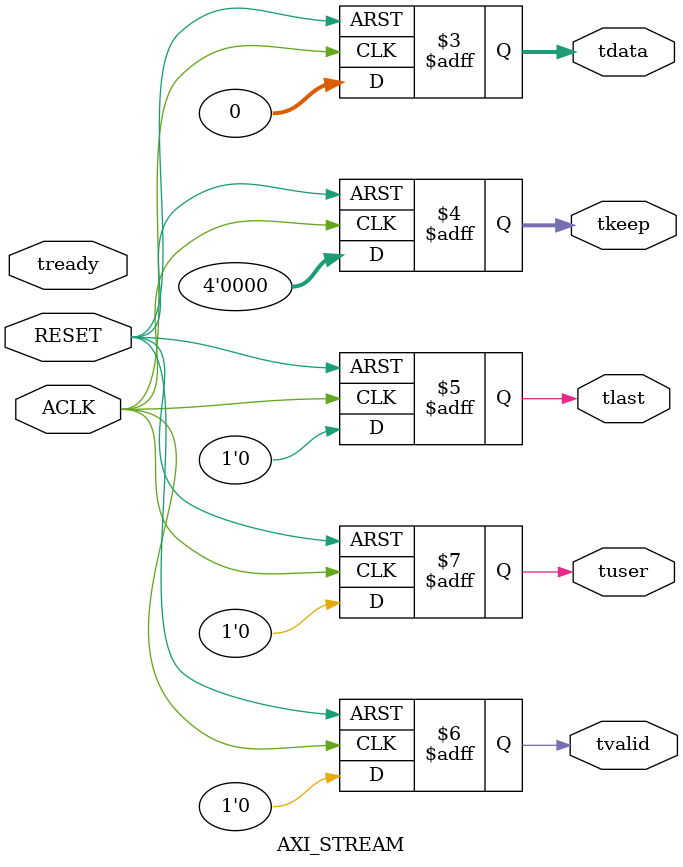
<source format=v>
module AXI_STREAM(
    input ACLK, RESET,
    output reg [31:0] tdata,
    output reg [3:0] tkeep,
    output reg tlast,
    input tready,
    output reg tvalid,
    output reg tuser
);

always @(posedge ACLK, negedge RESET) begin
    if (RESET == 1'b0) begin
        tdata <= 0;
        tkeep <= 0;
        tlast <= 0;
        tvalid <= 0;
        tuser <= 0;
    end else begin
        tdata <= 0;
        tkeep <= 0;
        tlast <= 0;
        tvalid <= 0;
        tuser <= 0;
    end
end

endmodule

</source>
